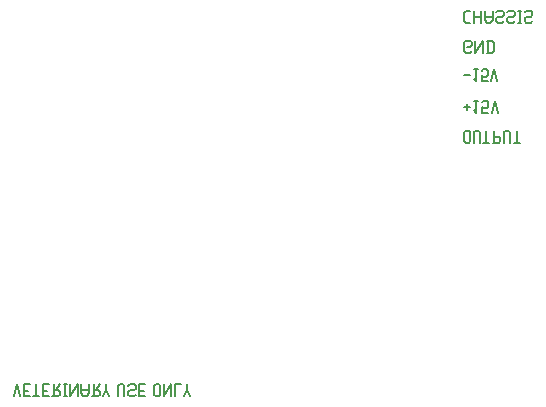
<source format=gbr>
G04 start of page 2 for group 10 layer_idx 5 *
G04 Title: (unknown), bottom_silk *
G04 Creator: pcb-rnd 2.1.0 *
G04 CreationDate: 2019-02-14 18:17:35 UTC *
G04 For:  *
G04 Format: Gerber/RS-274X *
G04 PCB-Dimensions: 500000 500000 *
G04 PCB-Coordinate-Origin: lower left *
%MOIN*%
%FSLAX25Y25*%
%LNBOTTOMSILK*%
%ADD11C,0.0070*%
G54D11*X321300Y294500D02*X322600D01*
X320600Y293800D02*X321300Y294500D01*
X320600Y291200D02*Y293800D01*
Y291200D02*X321300Y290500D01*
X322600D01*
X323800D02*Y294500D01*
X326300Y290500D02*Y294500D01*
X323800Y292500D02*X326300D01*
X327500Y291500D02*Y294500D01*
Y291500D02*X328200Y290500D01*
X329300D01*
X330000Y291500D01*
Y294500D01*
X327500Y292500D02*X330000D01*
X333200Y290500D02*X333700Y291000D01*
X331700Y290500D02*X333200D01*
X331200Y291000D02*X331700Y290500D01*
X331200Y291000D02*Y292000D01*
X331700Y292500D01*
X333200D01*
X333700Y293000D01*
Y294000D01*
X333200Y294500D02*X333700Y294000D01*
X331700Y294500D02*X333200D01*
X331200Y294000D02*X331700Y294500D01*
X336900Y290500D02*X337400Y291000D01*
X335400Y290500D02*X336900D01*
X334900Y291000D02*X335400Y290500D01*
X334900Y291000D02*Y292000D01*
X335400Y292500D01*
X336900D01*
X337400Y293000D01*
Y294000D01*
X336900Y294500D02*X337400Y294000D01*
X335400Y294500D02*X336900D01*
X334900Y294000D02*X335400Y294500D01*
X338600Y290500D02*X339600D01*
X339100D02*Y294500D01*
X338600D02*X339600D01*
X342800Y290500D02*X343300Y291000D01*
X341300Y290500D02*X342800D01*
X340800Y291000D02*X341300Y290500D01*
X340800Y291000D02*Y292000D01*
X341300Y292500D01*
X342800D01*
X343300Y293000D01*
Y294000D01*
X342800Y294500D02*X343300Y294000D01*
X341300Y294500D02*X342800D01*
X340800Y294000D02*X341300Y294500D01*
X320500Y251000D02*Y254000D01*
Y251000D02*X321000Y250500D01*
X322000D01*
X322500Y251000D01*
Y254000D01*
X322000Y254500D02*X322500Y254000D01*
X321000Y254500D02*X322000D01*
X320500Y254000D02*X321000Y254500D01*
X323700Y250500D02*Y254000D01*
X324200Y254500D01*
X325200D01*
X325700Y254000D01*
Y250500D02*Y254000D01*
X326900Y250500D02*X328900D01*
X327900D02*Y254500D01*
X330600Y250500D02*Y254500D01*
X330100Y250500D02*X332100D01*
X332600Y251000D01*
Y252000D01*
X332100Y252500D02*X332600Y252000D01*
X330600Y252500D02*X332100D01*
X333800Y250500D02*Y254000D01*
X334300Y254500D01*
X335300D01*
X335800Y254000D01*
Y250500D02*Y254000D01*
X337000Y250500D02*X339000D01*
X338000D02*Y254500D01*
X320600Y262500D02*X322600D01*
X321600Y261500D02*Y263500D01*
X323800Y261300D02*X324600Y260500D01*
Y264500D01*
X323800D02*X325300D01*
X326500Y260500D02*X328500D01*
X326500D02*Y262500D01*
X327000Y262000D01*
X328000D01*
X328500Y262500D01*
Y264000D01*
X328000Y264500D02*X328500Y264000D01*
X327000Y264500D02*X328000D01*
X326500Y264000D02*X327000Y264500D01*
X329700Y260500D02*X330700Y264500D01*
X331700Y260500D01*
X320500Y273000D02*X322500D01*
X323700Y271800D02*X324500Y271000D01*
Y275000D01*
X323700D02*X325200D01*
X326400Y271000D02*X328400D01*
X326400D02*Y273000D01*
X326900Y272500D01*
X327900D01*
X328400Y273000D01*
Y274500D01*
X327900Y275000D02*X328400Y274500D01*
X326900Y275000D02*X327900D01*
X326400Y274500D02*X326900Y275000D01*
X329600Y271000D02*X330600Y275000D01*
X331600Y271000D01*
X322600Y280500D02*X323100Y281000D01*
X321100Y280500D02*X322600D01*
X320600Y281000D02*X321100Y280500D01*
X320600Y281000D02*Y284000D01*
X321100Y284500D01*
X322600D01*
X323100Y284000D01*
Y283000D02*Y284000D01*
X322600Y282500D02*X323100Y283000D01*
X321600Y282500D02*X322600D01*
X324300Y280500D02*Y284500D01*
Y280500D02*X326800Y284500D01*
Y280500D02*Y284500D01*
X328500Y280500D02*Y284500D01*
X329800Y280500D02*X330500Y281200D01*
Y283800D01*
X329800Y284500D02*X330500Y283800D01*
X328000Y284500D02*X329800D01*
X328000Y280500D02*X329800D01*
X170500Y166000D02*X171500Y170000D01*
X172500Y166000D01*
X173700Y167800D02*X175200D01*
X173700Y170000D02*X175700D01*
X173700Y166000D02*Y170000D01*
Y166000D02*X175700D01*
X176900D02*X178900D01*
X177900D02*Y170000D01*
X180100Y167800D02*X181600D01*
X180100Y170000D02*X182100D01*
X180100Y166000D02*Y170000D01*
Y166000D02*X182100D01*
X183300D02*X185300D01*
X185800Y166500D01*
Y167500D01*
X185300Y168000D02*X185800Y167500D01*
X183800Y168000D02*X185300D01*
X183800Y166000D02*Y170000D01*
X184600Y168000D02*X185800Y170000D01*
X187000Y166000D02*X188000D01*
X187500D02*Y170000D01*
X187000D02*X188000D01*
X189200Y166000D02*Y170000D01*
Y166000D02*X191700Y170000D01*
Y166000D02*Y170000D01*
X192900Y167000D02*Y170000D01*
Y167000D02*X193600Y166000D01*
X194700D01*
X195400Y167000D01*
Y170000D01*
X192900Y168000D02*X195400D01*
X196600Y166000D02*X198600D01*
X199100Y166500D01*
Y167500D01*
X198600Y168000D02*X199100Y167500D01*
X197100Y168000D02*X198600D01*
X197100Y166000D02*Y170000D01*
X197900Y168000D02*X199100Y170000D01*
X200300Y166000D02*X201300Y168000D01*
X202300Y166000D01*
X201300Y168000D02*Y170000D01*
X205300Y166000D02*Y169500D01*
X205800Y170000D01*
X206800D01*
X207300Y169500D01*
Y166000D02*Y169500D01*
X210500Y166000D02*X211000Y166500D01*
X209000Y166000D02*X210500D01*
X208500Y166500D02*X209000Y166000D01*
X208500Y166500D02*Y167500D01*
X209000Y168000D01*
X210500D01*
X211000Y168500D01*
Y169500D01*
X210500Y170000D02*X211000Y169500D01*
X209000Y170000D02*X210500D01*
X208500Y169500D02*X209000Y170000D01*
X212200Y167800D02*X213700D01*
X212200Y170000D02*X214200D01*
X212200Y166000D02*Y170000D01*
Y166000D02*X214200D01*
X217200Y166500D02*Y169500D01*
Y166500D02*X217700Y166000D01*
X218700D01*
X219200Y166500D01*
Y169500D01*
X218700Y170000D02*X219200Y169500D01*
X217700Y170000D02*X218700D01*
X217200Y169500D02*X217700Y170000D01*
X220400Y166000D02*Y170000D01*
Y166000D02*X222900Y170000D01*
Y166000D02*Y170000D01*
X224100Y166000D02*Y170000D01*
X226100D01*
X227300Y166000D02*X228300Y168000D01*
X229300Y166000D01*
X228300Y168000D02*Y170000D01*
M02*

</source>
